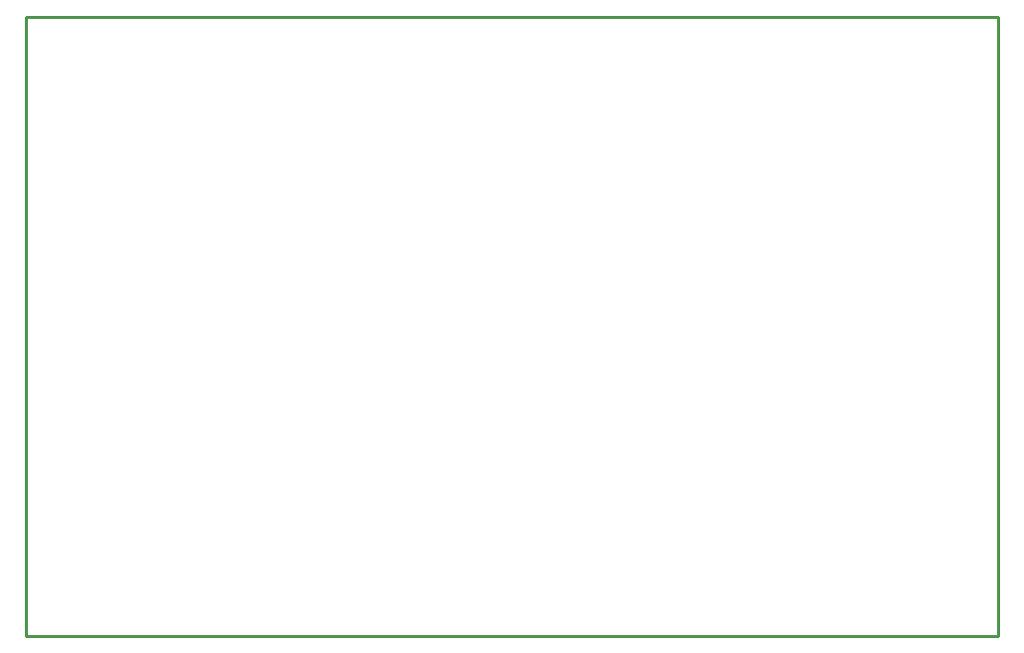
<source format=gbr>
G04 EAGLE Gerber RS-274X export*
G75*
%MOMM*%
%FSLAX34Y34*%
%LPD*%
%IN*%
%IPPOS*%
%AMOC8*
5,1,8,0,0,1.08239X$1,22.5*%
G01*
%ADD10C,0.254000*%


D10*
X38100Y0D02*
X863500Y0D01*
X863500Y525400D01*
X38100Y525400D01*
X38100Y0D01*
M02*

</source>
